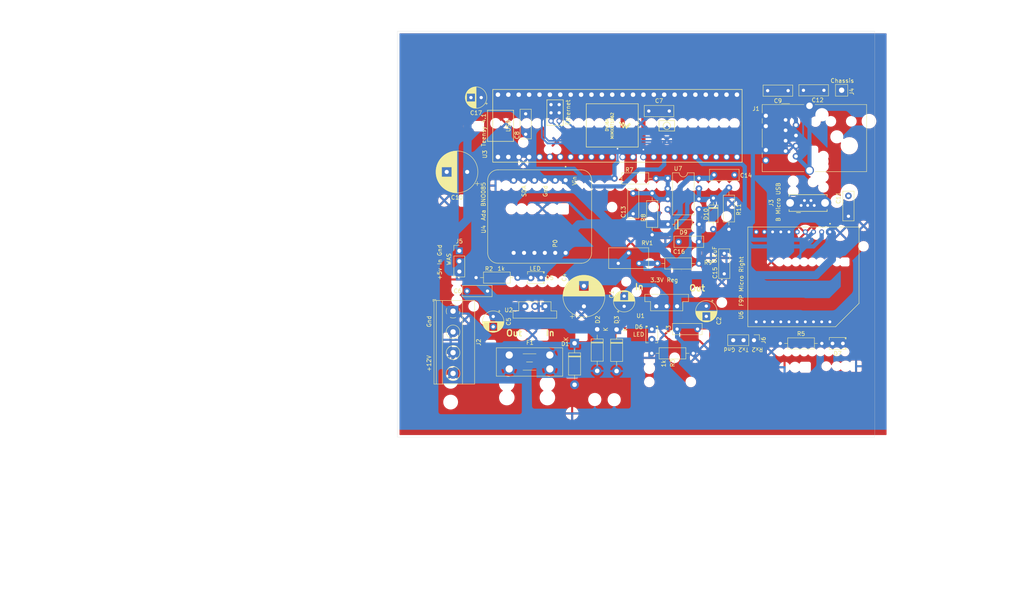
<source format=kicad_pcb>
(kicad_pcb (version 20211014) (generator pcbnew)
  (layers (0 "F.Cu" signal) (31 "B.Cu" signal) (37 "F.SilkS" user "F.Silkscreen") (44 "Edge.Cuts" user))
  (net 0 "")
  (net 1 "GND")
  (net 2 "+5V")
  (net 3 "Earth")
  (net 4 "Net-(J3-Pad1)")
  (net 5 "Net-(J3-Pad2)")
  (net 6 "Net-(J3-Pad3)")
  (net 25 "Net-(U3-Pad20)")
  (net 45 "Net-(U3-Pad21)")
  (net 53 "Net-(C9-Pad2)")
  (net 54 "+3.3V")
  (net 55 "Net-(D5-Pad2)")
  (net 56 "Net-(D6-Pad2)")
  (net 57 "Net-(C13-Pad1)")
  (net 61 "Net-(U3-Pad17)")
  (net 62 "Net-(C16-Pad2)")
  (net 63 "/T+")
  (net 64 "/T-")
  (net 66 "/R+")
  (net 67 "/R-")
  (net 68 "/LED")
  (net 69 "Net-(D7-Pad2)")
  (net 70 "Net-(R8-Pad1)")
  (net 71 "Net-(R7-Pad1)")
  (net 72 "Net-(R9-Pad1)")
  (net 73 "Net-(J5-Pad2)")
  (net 74 "Net-(R7-Pad2)")
  (net 75 "Net-(J6-Pad1)")
  (net 76 "Net-(J6-Pad2)")
  (net 79 "Net-(C12-Pad2)")
  (net 84 "Net-(D1-Pad1)")
  (net 85 "Net-(F1-Pad1)")
  (net 88 "Net-(C1-Pad1)")
  (net 91 "Net-(C4-Pad1)")
  (net 92 "Net-(C7-Pad1)")
  (net 93 "Net-(C17-Pad1)")
  (net 94 "Net-(U6-Pad18)")
  (footprint "Capacitor_THT:CP_Radial_D5.0mm_P2.50mm" (layer "F.Cu") (at 120.877713 64.8054 180)
    (fp_text reference "C17")
    (fp_text value "47uF")
  )
  (footprint "Capacitor_THT:C_Disc_D7.0mm_W2.5mm_P5.00mm" (layer "F.Cu") (at 158.0326 88.2454 -90)
    (fp_text reference "C13")
    (fp_text value "1uF")
  )
  (footprint "Resistor_THT:R_Axial_DIN0207_L6.3mm_D2.5mm_P10.16mm_Horizontal" (layer "F.Cu") (at 163.9526 105.3934)
    (fp_text reference "R9")
    (fp_text value "1k")
  )
  (footprint "Capacitor_THT:CP_Radial_D5.0mm_P2.50mm" (layer "F.Cu") (at 123.8226 118.370288 -90)
    (fp_text reference "C5")
    (fp_text value "47uF")
  )
  (footprint "Capacitor_THT:C_Disc_D7.0mm_W2.5mm_P5.00mm" (layer "F.Cu") (at 161.8526 68.1054)
    (fp_text reference "C7")
    (fp_text value "0.1uF")
  )
  (footprint "AA_Foots:Teensy41_BGT" (layer "F.Cu") (at 154.184 71.7144)
    (fp_text reference "U3")
    (fp_text value "Teensy 4.1")
  )
  (footprint "Converter_DCDC:Converter_DCDC_Murata_OKI-78SR_Vertical" (layer "F.Cu") (at 163.6776 115.8704)
    (fp_text reference "U1")
    (fp_text value "3.3V Reg")
  )
  (footprint "Capacitor_THT:C_Disc_D7.0mm_W2.5mm_P5.00mm" (layer "F.Cu") (at 204.6586 63.0318 180)
    (fp_text reference "C12")
    (fp_text value "0.1uF")
  )
  (footprint "Capacitor_THT:CP_Radial_D5.0mm_P2.50mm" (layer "F.Cu") (at 175.9126 115.830288 -90)
    (fp_text reference "C2")
    (fp_text value "47uF")
  )
  (footprint "LED_THT:LED_D2.0mm_W4.0mm_H2.8mm_FlatTop" (layer "F.Cu") (at 209.2962 124.9686 180)
    (fp_text reference "D7")
    (fp_text value "LED")
  )
  (footprint "Capacitor_THT:C_Disc_D7.0mm_W2.5mm_P5.00mm" (layer "F.Cu") (at 210.6506 93.8436 90)
    (fp_text reference "C11")
    (fp_text value "0.1uF")
  )
  (footprint "Capacitor_THT:C_Disc_D7.0mm_W2.5mm_P5.00mm" (layer "F.Cu") (at 180.2926 107.9354 90)
    (fp_text reference "C15")
    (fp_text value "0.1uF")
  )
  (footprint "Connector_PinHeader_2.54mm:PinHeader_1x03_P2.54mm_Vertical" (layer "F.Cu") (at 115.5326 102.2934)
    (fp_text reference "J5")
    (fp_text value "+5v In Gnd")
  )
  (footprint "Resistor_THT:R_Axial_DIN0207_L6.3mm_D2.5mm_P10.16mm_Horizontal" (layer "F.Cu") (at 172.7226 127.3754 180)
    (fp_text reference "R3")
    (fp_text value "1k")
  )
  (footprint "Capacitor_THT:C_Disc_D7.0mm_W2.5mm_P5.00mm" (layer "F.Cu") (at 122.4226 112.1454 180)
    (fp_text reference "C6")
    (fp_text value "0.1uF")
  )
  (footprint "Capacitor_THT:C_Disc_D7.0mm_W2.5mm_P5.00mm" (layer "F.Cu") (at 131.7526 68.7854 -90)
    (fp_text reference "C8")
    (fp_text value "0.1uF")
  )
  (footprint "LED_THT:LED_D2.0mm_W4.0mm_H2.8mm_FlatTop" (layer "F.Cu") (at 135.5326 108.8554 180)
    (fp_text reference "D5")
    (fp_text value "LED")
  )
  (footprint "Capacitor_THT:C_Disc_D7.0mm_W2.5mm_P5.00mm" (layer "F.Cu") (at 182.8026 83.7354 180)
    (fp_text reference "C14")
    (fp_text value "0.1uF")
  )
  (footprint "Potentiometer_THT:Potentiometer_Bourns_3296Y_Vertical" (layer "F.Cu") (at 154.3826 105.3684 180)
    (fp_text reference "RV1")
    (fp_text value "1k")
  )
  (footprint "Converter_DCDC:Converter_DCDC_Murata_OKI-78SR_Vertical" (layer "F.Cu") (at 136.5476 115.8604 180)
    (fp_text reference "U2")
    (fp_text value "5.0V Reg")
  )
  (footprint "Capacitor_THT:C_Disc_D7.0mm_W2.5mm_P5.00mm" (layer "F.Cu") (at 169.1326 100.0934)
    (fp_text reference "C16")
    (fp_text value "0.1uF")
  )
  (footprint "AA_Foots:BNO085_Adafruit_4754" (layer "F.Cu") (at 135.1664 93.9096 180)
    (fp_text reference "U4")
    (fp_text value "Ada BNO085")
  )
  (footprint "AA_Foots:MODULE_AS-RTK2B-MICRO-F9P-L1L2SMATH-00" (layer "F.Cu") (at 199.6498 108.6749 -90)
    (fp_text reference "U6")
    (fp_text value "F9P Micro Right")
  )
  (footprint "Resistor_THT:R_Axial_DIN0207_L6.3mm_D2.5mm_P10.16mm_Horizontal" (layer "F.Cu") (at 163.6144 84.5878 180)
    (fp_text reference "R7")
    (fp_text value "470")
  )
  (footprint "LED_THT:LED_D2.0mm_W4.0mm_H2.8mm_FlatTop" (layer "F.Cu") (at 162.5926 121.4754 -90)
    (fp_text reference "D6")
    (fp_text value "LED")
  )
  (footprint "Resistor_THT:R_Axial_DIN0207_L6.3mm_D2.5mm_P10.16mm_Horizontal" (layer "F.Cu") (at 162.6746 98.38 90)
    (fp_text reference "R8")
    (fp_text value "10k")
  )
  (footprint "Diode_THT:D_DO-41_SOD81_P10.16mm_Horizontal" (layer "F.Cu") (at 143.7026 124.9054 -90)
    (fp_text reference "D1")
    (fp_text value "1N4007")
  )
  (footprint "Connector_Pin:Pin_D1.3mm_L11.3mm_W2.8mm_Flat" (layer "F.Cu") (at 208.9886 63.0018)
    (fp_text reference "J4")
    (fp_text value "Chassis")
  )
  (footprint "Fuse:Fuseholder_Blade_Mini_Keystone_3568" (layer "F.Cu") (at 127.7326 127.7954)
    (fp_text reference "F1")
    (fp_text value "Fuse Keystone 3568")
  )
  (footprint "Diode_THT:D_DO-35_SOD27_P7.62mm_Horizontal" (layer "F.Cu") (at 177.6326 89.4054 -90)
    (fp_text reference "D10")
    (fp_text value "BAT42")
  )
  (footprint "Connector_RJ:RJ45_Wuerth_7499010121A_Horizontal" (layer "F.Cu") (at 195.2886 70.2768)
    (fp_text reference "J1")
    (fp_text value "Wuerth_7499010121A")
  )
  (footprint "Capacitor_THT:CP_Radial_D5.0mm_P2.50mm" (layer "F.Cu") (at 155.8326 115.880513 90)
    (fp_text reference "C1")
    (fp_text value "47uF")
  )
  (footprint "Resistor_THT:R_Axial_DIN0207_L6.3mm_D2.5mm_P10.16mm_Horizontal" (layer "F.Cu") (at 119.6326 108.8554)
    (fp_text reference "R2")
    (fp_text value "1k")
  )
  (footprint "AA_Foots:USB_Mini_B_AdamTech_musb_b5_s_vt_02_TH" (layer "F.Cu") (at 200.6912 90.5986)
    (fp_text reference "J3")
    (fp_text value "B Micro USB")
  )
  (footprint "Connector_PinHeader_2.54mm:PinHeader_1x03_P2.54mm_Vertical" (layer "F.Cu") (at 187.5594 124.1686 -90)
    (fp_text reference "J6")
    (fp_text value "Rx2 Tx2 Gnd")
  )
  (footprint "Diode_THT:D_DO-41_SOD81_P10.16mm_Horizontal" (layer "F.Cu") (at 149.2326 121.5054 -90)
    (fp_text reference "D2")
    (fp_text value "1N4007")
  )
  (footprint "Capacitor_THT:C_Disc_D7.0mm_W2.5mm_P5.00mm" (layer "F.Cu") (at 168.7626 121.4454)
    (fp_text reference "C3")
    (fp_text value "0.1uF")
  )
  (footprint "Package_DIP:DIP-8_W7.62mm" (layer "F.Cu") (at 166.4846 84.537)
    (fp_text reference "U7")
    (fp_text value "MCP6002-xP")
  )
  (footprint "TerminalBlock_Phoenix:TerminalBlock_Phoenix_MKDS-1,5-4-5.08_1x04_P5.08mm_Horizontal" (layer "F.Cu") (at 114.0026 117.0554 -90)
    (fp_text reference "J2")
    (fp_text value "Screw_Terminal_01x04")
  )
  (footprint "Resistor_THT:R_Axial_DIN0207_L6.3mm_D2.5mm_P10.16mm_Horizontal" (layer "F.Cu") (at 193.9912 124.9586)
    (fp_text reference "R5")
    (fp_text value "1k")
  )
  (footprint "Resistor_THT:R_Axial_DIN0207_L6.3mm_D2.5mm_P10.16mm_Horizontal" (layer "F.Cu") (at 181.4326 86.8774 -90)
    (fp_text reference "R11")
    (fp_text value "2k")
  )
  (footprint "Capacitor_THT:C_Disc_D7.0mm_W2.5mm_P5.00mm" (layer "F.Cu") (at 195.9086 63.1118 180)
    (fp_text reference "C9")
    (fp_text value "0.1uF")
  )
  (footprint "Diode_THT:D_DO-41_SOD81_P10.16mm_Horizontal" (layer "F.Cu") (at 153.9826 121.5554 -90)
    (fp_text reference "D3")
    (fp_text value "1N4007" hide)
  )
  (footprint "Capacitor_THT:CP_Radial_D10.0mm_P5.00mm" (layer "F.Cu") (at 117.450277 82.9954 180)
    (fp_text reference "C10")
    (fp_text value "470uF")
  )
  (footprint "Diode_THT:D_DO-35_SOD27_P7.62mm_Horizontal" (layer "F.Cu") (at 166.5354 95.8146)
    (fp_text reference "D9")
    (fp_text value "BAT42")
  )
  (footprint "Capacitor_THT:CP_Radial_D10.0mm_P5.00mm" (layer "F.Cu") (at 145.9926 115.893077 90)
    (fp_text reference "C4")
    (fp_text value "470uF")
  )
  (gr_rect (start 217.0847 147.879) (end 100.4035 48.5902) (layer "Edge.Cuts") (width 0.05) (fill none))
  (gr_text "WAS" (at 112.9912 104.3586 90) (layer "F.SilkS") (effects (font (size 1 1))))
  (gr_text "+12V" (at 108.1226 129.8554 90) (layer "F.SilkS") (effects (font (size 1 1))))
  (gr_text "Out" (at 128.9126 122.4354) (layer "F.SilkS") (effects (font (size 1.5 1.5) (thickness 0.3))))
  (gr_text "Out" (at 173.6826 111.4254) (layer "F.SilkS") (effects (font (size 1.5 1.5) (thickness 0.3))))
  (gr_text "Gnd" (at 108.1426 119.5954 90) (layer "F.SilkS") (effects (font (size 1 1))))
  (gr_text "In" (at 137.7526 122.3954) (layer "F.SilkS") (effects (font (size 1.5 1.5) (thickness 0.3))))
  (gr_text "In" (at 159.5226 111.1254) (layer "F.SilkS") (effects (font (size 1.5 1.5) (thickness 0.3))))
  (segment (start 117.0146 108.8554) (end 115.5326 107.3734) (width 2.032) (layer "B.Cu") (net 2))
  (segment (start 126.332488 115.8604) (end 123.8226 118.370288) (width 2.032) (layer "B.Cu") (net 2))
  (segment (start 117.5126 94.6354) (end 117.5126 69.9654) (width 2.032) (layer "B.Cu") (net 2))
  (segment (start 119.103 69.9654) (end 117.5126 69.9654) (width 1.27) (layer "B.Cu") (net 2))
  (segment (start 131.4676 115.8604) (end 126.332488 115.8604) (width 2.032) (layer "B.Cu") (net 2))
  (segment (start 113.3006 107.3734) (end 112.8826 106.9554) (width 2.032) (layer "B.Cu") (net 2))
  (segment (start 119.6326 108.8554) (end 119.6326 109.3554) (width 2.032) (layer "B.Cu") (net 2))
  (segment (start 119.6326 109.3554) (end 122.4226 112.1454) (width 2.032) (layer "B.Cu") (net 2))
  (segment (start 119.6326 108.8554) (end 117.0146 108.8554) (width 2.032) (layer "B.Cu") (net 2))
  (segment (start 115.5326 107.3734) (end 113.3006 107.3734) (width 2.032) (layer "B.Cu") (net 2))
  (segment (start 112.8826 99.2654) (end 117.5126 94.6354) (width 2.032) (layer "B.Cu") (net 2))
  (segment (start 112.8826 106.9554) (end 112.8826 99.2654) (width 2.032) (layer "B.Cu") (net 2))
  (segment (start 124.974 64.0944) (end 119.103 69.9654) (width 1.27) (layer "B.Cu") (net 2))
  (segment (start 122.4226 112.1454) (end 126.1376 115.8604) (width 2.032) (layer "B.Cu") (net 2))
  (segment (start 126.1376 115.8604) (end 126.332488 115.8604) (width 2.032) (layer "B.Cu") (net 2))
  (segment (start 204.6586 63.0318) (end 208.9586 63.0318) (width 1) (layer "B.Cu") (net 3))
  (segment (start 197.8286 79.1668) (end 201.1286 82.4668) (width 1) (layer "B.Cu") (net 3))
  (segment (start 204.6586 63.0318) (end 201.1286 66.5618) (width 1) (layer "B.Cu") (net 3))
  (segment (start 197.5386 61.4818) (end 195.9086 63.1118) (width 1) (layer "B.Cu") (net 3))
  (segment (start 204.6586 63.0318) (end 203.1086 61.4818) (width 1) (layer "B.Cu") (net 3))
  (segment (start 201.1286 66.8218) (end 201.1286 82.6218) (width 1) (layer "B.Cu") (net 3))
  (segment (start 203.1086 61.4818) (end 197.5386 61.4818) (width 1) (layer "B.Cu") (net 3))
  (segment (start 196.114 95.9124) (end 199.0912 92.9352) (width 0.3) (layer "B.Cu") (net 4))
  (segment (start 199.0912 92.9352) (end 199.0912 91.1986) (width 0.3) (layer "B.Cu") (net 4))
  (segment (start 196.114 97.671) (end 196.114 95.9124) (width 0.3) (layer "B.Cu") (net 4))
  (segment (start 198.6162 88.7236) (end 195.624904 88.7236) (width 0.3) (layer "B.Cu") (net 5))
  (segment (start 194.3412 95.4438) (end 192.114 97.671) (width 0.3) (layer "B.Cu") (net 5))
  (segment (start 194.3412 90.007304) (end 194.3412 95.4438) (width 0.3) (layer "B.Cu") (net 5))
  (segment (start 195.624904 88.7236) (end 194.3412 90.007304) (width 0.3) (layer "B.Cu") (net 5))
  (segment (start 199.8912 89.9986) (end 198.6162 88.7236) (width 0.3) (layer "B.Cu") (net 5))
  (segment (start 197.068 98.06616) (end 196.43296 98.7012) (width 0.3) (layer "B.Cu") (net 6))
  (segment (start 200.6912 91.1986) (end 200.6912 92.5798) (width 0.3) (layer "B.Cu") (net 6))
  (segment (start 197.068 96.203) (end 197.068 98.06616) (width 0.3) (layer "B.Cu") (net 6))
  (segment (start 195.1442 98.7012) (end 194.114 97.671) (width 0.3) (layer "B.Cu") (net 6))
  (segment (start 196.43296 98.7012) (end 195.1442 98.7012) (width 0.3) (layer "B.Cu") (net 6))
  (segment (start 200.6912 92.5798) (end 197.068 96.203) (width 0.3) (layer "B.Cu") (net 6))
  (segment (start 187.1606 101.2236) (end 202.1338 101.2236) (width 1.016) (layer "B.Cu") (net 25))
  (segment (start 173.234 79.3344) (end 174.9568 81.0572) (width 1.016) (layer "B.Cu") (net 25))
  (segment (start 204.114 99.2434) (end 204.114 97.671) (width 1.016) (layer "B.Cu") (net 25))
  (segment (start 202.1338 101.2236) (end 204.114 99.2434) (width 1.016) (layer "B.Cu") (net 25))
  (segment (start 174.9568 81.0572) (end 184.6198 81.0572) (width 1.016) (layer "B.Cu") (net 25))
  (segment (start 185.3012 81.7386) (end 185.3012 99.3642) (width 1.016) (layer "B.Cu") (net 25))
  (segment (start 184.6198 81.0572) (end 185.3012 81.7386) (width 1.016) (layer "B.Cu") (net 25))
  (segment (start 185.3012 99.3642) (end 187.1606 101.2236) (width 1.016) (layer "B.Cu") (net 25))
  (segment (start 186.802 95.7778) (end 187.2912 95.2886) (width 1.016) (layer "B.Cu") (net 45))
  (segment (start 187.2912 78.374) (end 186.5626 77.6454) (width 1.016) (layer "B.Cu") (net 45))
  (segment (start 187.220077 99.564099) (end 186.802 99.146022) (width 1.016) (layer "B.Cu") (net 45))
  (segment (start 200.220901 99.564099) (end 187.220077 99.564099) (width 1.016) (layer "B.Cu") (net 45))
  (segment (start 177.463 77.6454) (end 175.774 79.3344) (width 1.016) (layer "B.Cu") (net 45))
  (segment (start 186.5626 77.6454) (end 177.463 77.6454) (width 1.016) (layer "B.Cu") (net 45))
  (segment (start 186.802 99.146022) (end 186.802 95.7778) (width 1.016) (layer "B.Cu") (net 45))
  (segment (start 187.2912 95.2886) (end 187.2912 78.374) (width 1.016) (layer "B.Cu") (net 45))
  (segment (start 202.114 97.671) (end 200.220901 99.564099) (width 1.016) (layer "B.Cu") (net 45))
  (segment (start 197.8286 70.0318) (end 190.9086 63.1118) (width 1) (layer "B.Cu") (net 53))
  (segment (start 197.8286 71.5468) (end 197.8286 70.0318) (width 1) (layer "B.Cu") (net 53))
  (segment (start 206.5948 104.38) (end 206.5948 98.1518) (width 2) (layer "B.Cu") (net 54))
  (segment (start 168.7576 115.8704) (end 168.7576 121.4404) (width 2.032) (layer "B.Cu") (net 54))
  (segment (start 160.6726 101.7034) (end 159.6026 100.6334) (width 2) (layer "B.Cu") (net 54))
  (segment (start 164.7226 101.7034) (end 160.6726 101.7034) (width 2) (layer "B.Cu") (net 54))
  (segment (start 152.7032 95.8146) (end 141.908199 85.019599) (width 2) (layer "B.Cu") (net 54))
  (segment (start 210.6506 93.8436) (end 209.9414 93.8436) (width 1.016) (layer "B.Cu") (net 54))
  (segment (start 168.8226 105.8034) (end 164.7226 101.7034) (width 2) (layer "B.Cu") (net 54))
  (segment (start 182.6802 108.2596) (end 168.7826 108.2596) (width 2) (layer "B.Cu") (net 54))
  (segment (start 152.7686 95.8146) (end 159.9538 95.8146) (width 2) (layer "B.Cu") (net 54))
  (segment (start 169.5126 93.1454) (end 169.5126 86.7054) (width 1.27) (layer "B.Cu") (net 54))
  (segment (start 168.7576 115.8704) (end 168.8226 115.8054) (width 2) (layer "B.Cu") (net 54))
  (segment (start 144.704165 95.8146) (end 152.7032 95.8146) (width 2) (layer "B.Cu") (net 54))
  (segment (start 166.5354 95.8146) (end 166.8434 95.8146) (width 1.27) (layer "B.Cu") (net 54))
  (segment (start 171.681 84.537) (end 174.1046 84.537) (width 1.27) (layer "B.Cu") (net 54))
  (segment (start 206.5948 98.1518) (end 206.114 97.671) (width 2) (layer "B.Cu") (net 54))
  (segment (start 168.847488 115.830288) (end 168.8226 115.8054) (width 2.032) (layer "B.Cu") (net 54))
  (segment (start 202.7262 108.2486) (end 206.5948 104.38) (width 2) (layer "B.Cu") (net 54))
  (segment (start 174.1046 84.537) (end 177.001 84.537) (width 1.27) (layer "B.Cu") (net 54))
  (segment (start 166.8434 95.8146) (end 169.5126 93.1454) (width 1.27) (layer "B.Cu") (net 54))
  (segment (start 159.6026 100.6334) (end 159.6026 96.1658) (width 2) (layer "B.Cu") (net 54))
  (segment (start 169.5126 86.7054) (end 171.681 84.537) (width 1.27) (layer "B.Cu") (net 54))
  (segment (start 166.5354 95.8146) (end 159.9538 95.8146) (width 2) (layer "B.Cu") (net 54))
  (segment (start 177.001 84.537) (end 177.8026 83.7354) (width 1.27) (layer "B.Cu") (net 54))
  (segment (start 168.7576 121.4404) (end 168.7626 121.4454) (width 2.032) (layer "B.Cu") (net 54))
  (segment (start 168.7626 121.4454) (end 168.7626 123.4154) (width 1.016) (layer "B.Cu") (net 54))
  (segment (start 168.8226 115.8054) (end 168.8226 105.8034) (width 2) (layer "B.Cu") (net 54))
  (segment (start 141.5164 85.0196) (end 141.9082 85.0196) (width 2) (layer "B.Cu") (net 54))
  (segment (start 209.9414 93.8436) (end 206.114 97.671) (width 1.016) (layer "B.Cu") (net 54))
  (segment (start 141.9082 85.0196) (end 141.516399 85.019599) (width 2) (layer "B.Cu") (net 54))
  (segment (start 182.6802 108.2596) (end 202.7152 108.2596) (width 2.032) (layer "B.Cu") (net 54))
  (segment (start 138.9764 102.7996) (end 138.9764 101.542365) (width 2) (layer "B.Cu") (net 54))
  (segment (start 141.908199 85.019599) (end 141.516399 85.019599) (width 2) (layer "B.Cu") (net 54))
  (segment (start 175.9126 115.830288) (end 168.847488 115.830288) (width 2.032) (layer "B.Cu") (net 54))
  (segment (start 168.7626 123.4154) (end 172.7226 127.3754) (width 1.016) (layer "B.Cu") (net 54))
  (segment (start 138.9764 101.542365) (end 144.704165 95.8146) (width 2) (layer "B.Cu") (net 54))
  (segment (start 152.7686 95.8146) (end 152.7032 95.8146) (width 2) (layer "B.Cu") (net 54))
  (segment (start 129.7926 108.8554) (end 132.9926 108.8554) (width 1.016) (layer "B.Cu") (net 55))
  (segment (start 162.5926 124.0154) (end 162.5926 127.3454) (width 1.016) (layer "B.Cu") (net 56))
  (segment (start 166.4846 89.617) (end 164.0716 89.617) (width 1.016) (layer "B.Cu") (net 57))
  (segment (start 164.0716 89.617) (end 162.6746 88.22) (width 1.016) (layer "B.Cu") (net 57))
  (segment (start 162.6746 88.22) (end 158.058 88.22) (width 1.016) (layer "B.Cu") (net 57))
  (segment (start 132.9312 82.2256) (end 131.3564 83.8004) (width 1.016) (layer "B.Cu") (net 61))
  (segment (start 147.9172 86.5436) (end 143.5992 82.2256) (width 1.016) (layer "B.Cu") (net 61))
  (segment (start 155.2324 86.5436) (end 147.9172 86.5436) (width 1.016) (layer "B.Cu") (net 61))
  (segment (start 131.3564 83.8004) (end 131.3564 85.0196) (width 1.016) (layer "B.Cu") (net 61))
  (segment (start 165.614 81.2166) (end 164.4272 82.4034) (width 1.016) (layer "B.Cu") (net 61))
  (segment (start 159.3726 82.4034) (end 155.2324 86.5436) (width 1.016) (layer "B.Cu") (net 61))
  (segment (start 165.614 79.3344) (end 165.614 81.2166) (width 1.016) (layer "B.Cu") (net 61))
  (segment (start 164.4272 82.4034) (end 159.3726 82.4034) (width 1.016) (layer "B.Cu") (net 61))
  (segment (start 143.5992 82.2256) (end 132.9312 82.2256) (width 1.016) (layer "B.Cu") (net 61))
  (segment (start 177.6326 90.7854) (end 177.6326 89.4054) (width 1.27) (layer "B.Cu") (net 62))
  (segment (start 174.1046 92.157) (end 174.1046 95.5606) (width 1.27) (layer "B.Cu") (net 62))
  (segment (start 176.261 92.157) (end 177.6326 90.7854) (width 1.27) (layer "B.Cu") (net 62))
  (segment (start 174.1326 100.0934) (end 174.1326 95.8374) (width 1.27) (layer "B.Cu") (net 62))
  (segment (start 174.3326 95.9918) (end 174.1554 95.8146) (width 1.27) (layer "B.Cu") (net 62))
  (segment (start 174.1046 95.5606) (end 174.3586 95.8146) (width 1.27) (layer "B.Cu") (net 62))
  (segment (start 177.6326 89.4054) (end 178.9046 89.4054) (width 1.27) (layer "B.Cu") (net 62))
  (segment (start 174.1046 92.157) (end 176.261 92.157) (width 1.27) (layer "B.Cu") (net 62))
  (segment (start 174.1326 100.0934) (end 174.1326 105.3734) (width 1.27) (layer "B.Cu") (net 62))
  (segment (start 178.9046 89.4054) (end 181.4326 86.8774) (width 1.27) (layer "B.Cu") (net 62))
  (segment (start 139.944 71.6368) (end 139.944 70.5328) (width 0.432) (layer "B.Cu") (net 63))
  (segment (start 188.3244 73.8254) (end 142.1326 73.8254) (width 0.432) (layer "B.Cu") (net 63))
  (segment (start 191.1044 73.8254) (end 194.653 70.2768) (width 0.4318) (layer "B.Cu") (net 63))
  (segment (start 195.0936 70.2768) (end 195.0936 70.9268) (width 0.432) (layer "B.Cu") (net 63))
  (segment (start 188.3244 73.8254) (end 191.1044 73.8254) (width 0.4318) (layer "B.Cu") (net 63))
  (segment (start 142.1326 73.8254) (end 139.944 71.6368) (width 0.432) (layer "B.Cu") (net 63))
  (segment (start 194.653 70.2768) (end 195.2886 70.2768) (width 0.4318) (layer "B.Cu") (net 63))
  (segment (start 141.9366 74.5254) (end 137.944 70.5328) (width 0.432) (layer "B.Cu") (net 64))
  (segment (start 188.3344 74.5254) (end 141.9366 74.5254) (width 0.432) (layer "B.Cu") (net 64))
  (segment (start 191.9844 74.5254) (end 193.693 72.8168) (width 0.4318) (layer "B.Cu") (net 64))
  (segment (start 188.3344 74.5254) (end 191.9844 74.5254) (width 0.4318) (layer "B.Cu") (net 64))
  (segment (start 195.2886 72.8168) (end 194.15723 72.8168) (width 0.432) (layer "B.Cu") (net 64))
  (segment (start 193.693 72.8168) (end 194.15723 72.8168) (width 0.4318) (layer "B.Cu") (net 64))
  (segment (start 137.0352 66.5328) (end 137.944 66.5328) (width 0.432) (layer "B.Cu") (net 66))
  (segment (start 188.392701 75.387099) (end 192.062701 75.387099) (width 0.4318) (layer "B.Cu") (net 66))
  (segment (start 192.062701 75.387099) (end 193.363 74.0868) (width 0.4318) (layer "B.Cu") (net 66))
  (segment (start 137.357377 75.387099) (end 136.4546 74.484322) (width 0.432) (layer "B.Cu") (net 66))
  (segment (start 197.8286 74.0868) (end 194.360075 74.0868) (width 0.432) (layer "B.Cu") (net 66))
  (segment (start 136.4546 74.484322) (end 136.4546 67.1134) (width 0.432) (layer "B.Cu") (net 66))
  (segment (start 188.392701 75.387099) (end 137.357377 75.387099) (width 0.432) (layer "B.Cu") (net 66))
  (segment (start 136.4546 67.1134) (end 137.0352 66.5328) (width 0.432) (layer "B.Cu") (net 66))
  (segment (start 193.363 74.0868) (end 194.360075 74.0868) (width 0.4318) (layer "B.Cu") (net 66))
  (segment (start 191.9394 76.6268) (end 194.5536 76.6268) (width 0.4318) (layer "B.Cu") (net 67))
  (segment (start 194.5536 76.6268) (end 197.8286 76.6268) (width 0.432) (layer "B.Cu") (net 67))
  (segment (start 135.6926 74.6154) (end 137.0958 76.0186) (width 0.432) (layer "B.Cu") (net 67))
  (segment (start 137.1226 65.3854) (end 135.7726 66.7354) (width 0.432) (layer "B.Cu") (net 67))
  (segment (start 188.5012 76.0186) (end 191.3312 76.0186) (width 0.4318) (layer "B.Cu") (net 67))
  (segment (start 191.3312 76.0186) (end 191.9394 76.6268) (width 0.4318) (layer "B.Cu") (net 67))
  (segment (start 138.7966 65.3854) (end 137.1226 65.3854) (width 0.432) (layer "B.Cu") (net 67))
  (segment (start 137.0958 76.0186) (end 188.5012 76.0186) (width 0.432) (layer "B.Cu") (net 67))
  (segment (start 135.7726 66.812323) (end 135.691099 66.893824) (width 0.432) (layer "B.Cu") (net 67))
  (segment (start 135.691099 66.893824) (end 135.691099 74.6039) (width 0.432) (layer "B.Cu") (net 67))
  (segment (start 139.944 66.5328) (end 138.7966 65.3854) (width 0.432) (layer "B.Cu") (net 67))
  (segment (start 135.7726 66.7354) (end 135.7726 66.812323) (width 0.432) (layer "B.Cu") (net 67))
  (segment (start 188.7994 72.3704) (end 143.5876 72.3704) (width 0.432) (layer "B.Cu") (net 68))
  (segment (start 188.7994 72.3704) (end 189.885 72.3704) (width 0.4318) (layer "B.Cu") (net 68))
  (segment (start 138.944 69.5328) (end 137.944 68.5328) (width 0.3) (layer "B.Cu") (net 68))
  (segment (start 143.5876 72.3704) (end 140.75 69.5328) (width 0.432) (layer "B.Cu") (net 68))
  (segment (start 189.885 72.3704) (end 190.4586 71.7968) (width 0.4318) (layer "B.Cu") (net 68))
  (segment (start 140.75 69.5328) (end 138.944 69.5328) (width 0.3) (layer "B.Cu") (net 68))
  (segment (start 206.7562 124.9686) (end 204.1612 124.9686) (width 1.016) (layer "B.Cu") (net 69))
  (segment (start 204.1612 124.9686) (end 204.1512 124.9586) (width 1.016) (layer "B.Cu") (net 69))
  (segment (start 171.2344 93.7318) (end 166.5862 98.38) (width 1.016) (layer "B.Cu") (net 70))
  (segment (start 174.1046 89.617) (end 172.4282 89.617) (width 1.016) (layer "B.Cu") (net 70))
  (segment (start 171.2344 90.8108) (end 171.2344 93.7318) (width 1.016) (layer "B.Cu") (net 70))
  (segment (start 172.4282 89.617) (end 171.2344 90.8108) (width 1.016) (layer "B.Cu") (net 70))
  (segment (start 174.1046 87.077) (end 174.1046 89.617) (width 1.016) (layer "B.Cu") (net 70))
  (segment (start 166.5862 98.38) (end 162.6746 98.38) (width 1.016) (layer "B.Cu") (net 70))
  (segment (start 166.4846 87.077) (end 166.4846 84.537) (width 1) (layer "B.Cu") (net 71))
  (segment (start 163.6144 84.5878) (end 166.4338 84.5878) (width 1.016) (layer "B.Cu") (net 71))
  (segment (start 159.4626 105.3684) (end 164.1276 105.3684) (width 1.27) (layer "B.Cu") (net 72))
  (segment (start 154.3826 105.3684) (end 153.8596 104.8454) (width 1.27) (layer "B.Cu") (net 73))
  (segment (start 154.3826 105.3684) (end 156.9226 102.8284) (width 1.27) (layer "B.Cu") (net 73))
  (segment (start 153.8596 104.8454) (end 115.5446 104.8454) (width 1.27) (layer "B.Cu") (net 73))
  (segment (start 155.454 76.064) (end 154.204 77.314) (width 1.016) (layer "F.Cu") (net 74))
  (segment (start 155.454 64.0944) (end 155.454 76.064) (width 1.016) (layer "F.Cu") (net 74))
  (via (at 154.204 77.314) (size 0.8) (drill 0.4) (layers "F.Cu" "B.Cu") (net 74))
  (segment (start 153.4544 81.3536) (end 154.204 80.604) (width 1.016) (layer "B.Cu") (net 74))
  (segment (start 154.204 80.604) (end 154.204 77.314) (width 0.5) (layer "B.Cu") (net 74))
  (segment (start 153.4544 84.5878) (end 153.4544 81.3536) (width 1.016) (layer "B.Cu") (net 74))
  (segment (start 188.5412 124.1686) (end 187.5594 124.1686) (width 1.016) (layer "B.Cu") (net 75))
  (segment (start 198.114 120.9758) (end 197.6612 121.4286) (width 1.016) (layer "B.Cu") (net 75))
  (segment (start 191.2812 121.4286) (end 188.5412 124.1686) (width 1.016) (layer "B.Cu") (net 75))
  (segment (start 197.6612 121.4286) (end 191.2812 121.4286) (width 1.016) (layer "B.Cu") (net 75))
  (segment (start 198.114 119.6783) (end 198.114 120.9758) (width 1.016) (layer "B.Cu") (net 75))
  (segment (start 190.114 120.3158) (end 188.9012 121.5286) (width 1.016) (layer "B.Cu") (net 76))
  (segment (start 190.114 119.6783) (end 190.114 120.3158) (width 1.016) (layer "B.Cu") (net 76))
  (segment (start 185.0194 122.6004) (end 185.0194 124.1686) (width 1.016) (layer "B.Cu") (net 76))
  (segment (start 188.9012 121.5286) (end 186.0912 121.5286) (width 1.016) (layer "B.Cu") (net 76))
  (segment (start 186.0912 121.5286) (end 185.0194 122.6004) (width 1.016) (layer "B.Cu") (net 76))
  (segment (start 199.4336 75.3568) (end 195.2886 75.3568) (width 0.4318) (layer "B.Cu") (net 79))
  (segment (start 199.5786 75.2118) (end 199.4336 75.3568) (width 0.4318) (layer "B.Cu") (net 79))
  (segment (start 199.5786 63.1118) (end 199.5786 75.2118) (width 0.4318) (layer "B.Cu") (net 79))
  (segment (start 163.6776 115.8704) (end 155.842713 115.8704) (width 2.032) (layer "B.Cu") (net 88))
  (segment (start 155.842713 115.8704) (end 155.8326 115.880513) (width 2.032) (layer "B.Cu") (net 88))
  (segment (start 155.8326 115.880513) (end 155.8326 119.7054) (width 2.032) (layer "B.Cu") (net 88))
  (segment (start 155.8326 119.7054) (end 153.9826 121.5554) (width 2.032) (layer "B.Cu") (net 88))
  (segment (start 136.5476 115.8604) (end 137.1076 115.8604) (width 2.032) (layer "B.Cu") (net 91))
  (segment (start 149.2326 119.133077) (end 145.9926 115.893077) (width 2.032) (layer "B.Cu") (net 91))
  (segment (start 137.1076 115.8604) (end 145.959923 115.8604) (width 2.032) (layer "B.Cu") (net 91))
  (segment (start 149.2326 121.5054) (end 149.2326 119.133077) (width 2.032) (layer "B.Cu") (net 91))
  (segment (start 142.7526 121.5054) (end 137.1076 115.8604) (width 2.032) (layer "B.Cu") (net 91))
  (segment (start 145.959923 115.8604) (end 145.9926 115.893077) (width 2.032) (layer "B.Cu") (net 91))
  (segment (start 149.2326 121.5054) (end 142.7526 121.5054) (width 2.032) (layer "B.Cu") (net 91))
  (segment (start 160.5326 69.4254) (end 161.8526 68.1054) (width 1.016) (layer "F.Cu") (net 92))
  (segment (start 160.5326 77.5454) (end 160.5326 69.4254) (width 1.016) (layer "F.Cu") (net 92))
  (via (at 160.5326 77.5454) (size 0.8) (drill 0.4) (layers "F.Cu" "B.Cu") (net 92))
  (segment (start 160.534 79.3344) (end 160.534 77.5468) (width 1.016) (layer "B.Cu") (net 92))
  (segment (start 160.534 77.5468) (end 160.5326 77.5454) (width 1.016) (layer "B.Cu") (net 92))
  (segment (start 130.054 67.0868) (end 131.7526 68.7854) (width 1.27) (layer "B.Cu") (net 93))
  (segment (start 130.054 64.0944) (end 130.054 67.0868) (width 1.27) (layer "B.Cu") (net 93))
  (segment (start 122.6486 62.4594) (end 128.419 62.4594) (width 1.27) (layer "B.Cu") (net 93))
  (segment (start 120.877713 64.230287) (end 122.6486 62.4594) (width 1.27) (layer "B.Cu") (net 93))
  (segment (start 128.419 62.4594) (end 130.054 64.0944) (width 1.27) (layer "B.Cu") (net 93))
  (segment (start 120.877713 64.8054) (end 120.877713 64.230287) (width 1.27) (layer "B.Cu") (net 93))
  (segment (start 202.114 119.6783) (end 202.114 122.0058) (width 1.016) (layer "B.Cu") (net 94))
  (segment (start 202.114 122.0058) (end 199.1612 124.9586) (width 1.016) (layer "B.Cu") (net 94))
  (segment (start 199.1612 124.9586) (end 193.9912 124.9586) (width 1.016) (layer "B.Cu") (net 94))
  (zone (net 1) (net_name "GND") (layer "F.Cu") (connect_pads (clearance 0.508)) (min_thickness 0.254) (fill yes (thermal_gap 0.508) (thermal_bridge_width 0.508))
    (polygon (pts (xy 253.557042 148.97762) (xy 99.610107 149.047876) (xy 99.259496 47.4551) (xy 253.587431 47.156244)))
  )
  (zone (net 85) (net_name "Net-(F1-Pad1)") (layer "B.Cu") (priority 1) (connect_pads (clearance 0.508)) (min_thickness 0.254) (fill yes (thermal_gap 0.508) (thermal_bridge_width 0.508))
    (polygon (pts (xy 130.8926 134.7734) (xy 111.5226 134.7434) (xy 111.5226 124.7434) (xy 130.8926 124.7434)))
  )
  (zone (net 84) (net_name "Net-(D1-Pad1)") (layer "B.Cu") (priority 1) (connect_pads (clearance 0.508)) (min_thickness 0.254) (fill yes (thermal_gap 0.508) (thermal_bridge_width 0.508))
    (polygon (pts (xy 157.527747 123.525499) (xy 157.515106 133.348267) (xy 147.112454 133.367932) (xy 134.408682 133.391946) (xy 134.2626 124.5554) (xy 137.503328 124.545373) (xy 147.633328 124.565373) (xy 149.5826 123.4834)))
  )
  (zone (net 1) (net_name "GND") (layer "B.Cu") (connect_pads (clearance 0.508)) (min_thickness 0.254) (fill yes (thermal_gap 0.508) (thermal_bridge_width 0.508))
    (polygon (pts (xy 243.59236 46.118271) (xy 243.72 146.0776) (xy 89.360439 146.09302) (xy 89.093958 41.112862) (xy 236.010679 40.934713)))
  )
)
</source>
